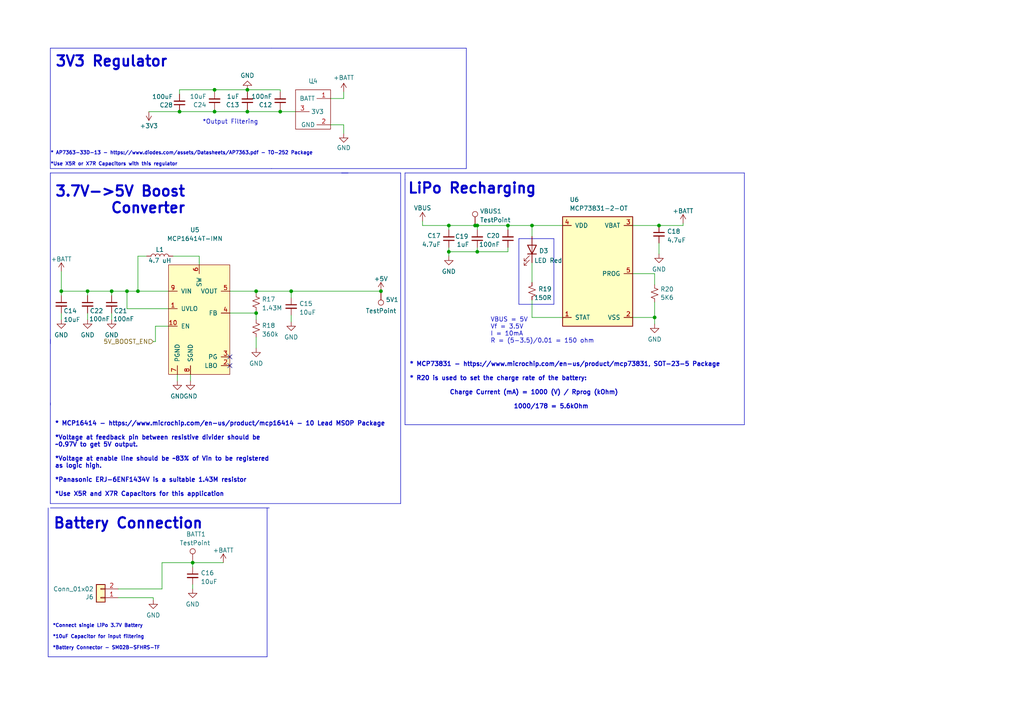
<source format=kicad_sch>
(kicad_sch (version 20250114) (generator "eeschema") (generator_version "9.0")
  (paper "A4")
  (lib_symbols
    (symbol "+BATT_1" (power) (pin_names (offset 0))
      (property "Value" "+BATT_1" (at 0 3.556 0))
      (symbol "+BATT_1_0_1"
        (polyline (pts (xy -0.762 1.27) (xy 0 2.54)))
        (polyline (pts (xy 0 2.54) (xy 0.762 1.27)))
        (polyline (pts (xy 0 0) (xy 0 2.54)))
      )
      (symbol "+BATT_1_1_1"
        (pin power_in line (at 0 0 90) (length 0) (hide yes) (name "+BATT") (number "1"))
      )
    )
    (symbol "Battery_Management:MCP73831-2-OT" (pin_names (offset 1.016))
      (property "Reference" "U?" (at 40.1194 11.3198 0))
      (property "Value" "MCP73831-2-OT" (at 40.1194 8.7829 0))
      (symbol "MCP73831-2-OT_0_1"
        (rectangle (start 38.1 6.35) (end 58.42 -25.4) (stroke (width 0.254)) (fill (type background)))
      )
      (symbol "MCP73831-2-OT_1_1"
        (pin power_in line (at 38.1 3.81 0) (length 2.54) (name "VDD") (number "4"))
        (pin output line (at 38.1 -22.86 0) (length 2.54) (name "STAT") (number "1"))
        (pin power_out line (at 58.42 3.81 180) (length 2.54) (name "VBAT") (number "3"))
        (pin input line (at 58.42 -10.16 180) (length 2.54) (name "PROG") (number "5"))
        (pin power_in line (at 58.42 -22.86 180) (length 2.54) (name "VSS") (number "2"))
      )
    )
    (symbol "Bluetooth Pump:AP7363-33D-13"
      (property "Reference" "U" (at 0 0 0))
      (symbol "AP7363-33D-13_0_1"
        (rectangle (start -5.08 12.7) (end 5.08 1.27))
      )
      (symbol "AP7363-33D-13_1_1"
        (pin power_out line (at -5.08 6.35 0) (length 4) (name "3V3") (number "3"))
        (pin power_in line (at 5.08 10.16 180) (length 4) (name "BATT") (number "1"))
        (pin power_in line (at 5.08 2.54 180) (length 4) (name "GND") (number "2"))
      )
    )
    (symbol "Bluetooth-Pump-rescue:MCP16414T-IMN-Power_Management2" (pin_names (offset 1.016))
      (property "Reference" "U5" (at -2.54 30.48 0))
      (property "Value" "MCP16414T-IMN" (at -2.54 27.94 0))
      (symbol "MCP16414T-IMN-Power_Management2_0_1"
        (rectangle (start -10.16 20.32) (end 7.62 -11.43) (fill (type background)))
      )
      (symbol "MCP16414T-IMN-Power_Management2_1_1"
        (pin input line (at -10.16 12.7 0) (length 2.54) (name "VIN") (number "9"))
        (pin input line (at -10.16 7.62 0) (length 2.54) (name "UVLO") (number "1"))
        (pin input line (at -10.16 2.54 0) (length 2.54) (name "EN") (number "10"))
        (pin input line (at -7.62 -11.43 90) (length 2.54) (name "PGND") (number "7"))
        (pin input line (at -3.81 -11.43 90) (length 2.54) (name "SGND") (number "8"))
        (pin output line (at -1.27 20.32 270) (length 2.54) (name "SW") (number "6"))
        (pin output line (at 7.62 12.7 180) (length 2.54) (name "VOUT") (number "5"))
        (pin input line (at 7.62 6.35 180) (length 2.54) (name "FB") (number "4"))
        (pin output line (at 7.62 -6.35 180) (length 2.54) (name "PG") (number "3"))
        (pin output line (at 7.62 -8.89 180) (length 2.54) (name "LBO") (number "2"))
      )
    )
    (symbol "Connector:TestPoint" (pin_numbers (hide yes)) (pin_names (offset 0.762) (hide yes))
      (property "Reference" "TP" (at 0 6.858 0))
      (property "Value" "TestPoint" (at 0 5.08 0))
      (symbol "TestPoint_0_1"
        (circle (center 0 3.302) (radius 0.762))
      )
      (symbol "TestPoint_1_1"
        (pin passive line (at 0 0 90) (length 2.54) (name "1") (number "1"))
      )
    )
    (symbol "Connector_Generic:Conn_01x02" (pin_names (offset 1.016) (hide yes))
      (property "Reference" "J" (at 0 2.54 0))
      (property "Value" "Conn_01x02" (at 0 -5.08 0))
      (symbol "Conn_01x02_1_1"
        (rectangle (start -1.27 1.27) (end 1.27 -3.81) (stroke (width 0.254)) (fill (type background)))
        (rectangle (start -1.27 0.127) (end 0 -0.127) (stroke (width 0.1524)))
        (rectangle (start -1.27 -2.413) (end 0 -2.667) (stroke (width 0.1524)))
        (pin passive line (at -5.08 0 0) (length 3.81) (name "Pin_1") (number "1"))
        (pin passive line (at -5.08 -2.54 0) (length 3.81) (name "Pin_2") (number "2"))
      )
    )
    (symbol "Device:C_Small" (pin_numbers (hide yes)) (pin_names (offset 0.254) (hide yes))
      (property "Reference" "C" (at 0.254 1.778 0))
      (property "Value" "C_Small" (at 0.254 -2.032 0))
      (symbol "C_Small_0_1"
        (polyline (pts (xy -1.524 0.508) (xy 1.524 0.508)) (stroke (width 0.3048)))
        (polyline (pts (xy -1.524 -0.508) (xy 1.524 -0.508)) (stroke (width 0.3302)))
      )
      (symbol "C_Small_1_1"
        (pin passive line (at 0 2.54 270) (length 2.032) (name "~") (number "1"))
        (pin passive line (at 0 -2.54 90) (length 2.032) (name "~") (number "2"))
      )
    )
    (symbol "Device:L" (pin_numbers (hide yes)) (pin_names (offset 1.016) (hide yes))
      (property "Reference" "L" (at -1.27 0 90))
      (property "Value" "L" (at 1.905 0 90))
      (symbol "L_0_1"
        (arc (start 0 2.54) (mid 0.6323 1.905) (end 0 1.27))
        (arc (start 0 1.27) (mid 0.6323 0.635) (end 0 0))
        (arc (start 0 0) (mid 0.6323 -0.635) (end 0 -1.27))
        (arc (start 0 -1.27) (mid 0.6323 -1.905) (end 0 -2.54))
      )
      (symbol "L_1_1"
        (pin passive line (at 0 3.81 270) (length 1.27) (name "1") (number "1"))
        (pin passive line (at 0 -3.81 90) (length 1.27) (name "2") (number "2"))
      )
    )
    (symbol "Device:LED" (pin_numbers (hide yes)) (pin_names (offset 1.016) (hide yes))
      (property "Reference" "D" (at 0 2.54 0))
      (property "Value" "LED" (at 0 -2.54 0))
      (symbol "LED_0_1"
        (polyline (pts (xy -3.048 -0.762) (xy -4.572 -2.286) (xy -3.81 -2.286) (xy -4.572 -2.286) (xy -4.572 -1.524)))
        (polyline (pts (xy -1.778 -0.762) (xy -3.302 -2.286) (xy -2.54 -2.286) (xy -3.302 -2.286) (xy -3.302 -1.524)))
        (polyline (pts (xy -1.27 0) (xy 1.27 0)))
        (polyline (pts (xy -1.27 -1.27) (xy -1.27 1.27)) (stroke (width 0.254)))
        (polyline (pts (xy 1.27 -1.27) (xy 1.27 1.27) (xy -1.27 0) (xy 1.27 -1.27)) (stroke (width 0.254)))
      )
      (symbol "LED_1_1"
        (pin passive line (at -3.81 0 0) (length 2.54) (name "K") (number "1"))
        (pin passive line (at 3.81 0 180) (length 2.54) (name "A") (number "2"))
      )
    )
    (symbol "Device:R_Small_US" (pin_numbers (hide yes)) (pin_names (offset 0.254) (hide yes))
      (property "Reference" "R" (at 0.762 0.508 0))
      (property "Value" "R_Small_US" (at 0.762 -1.016 0))
      (symbol "R_Small_US_1_1"
        (polyline (pts (xy 0 1.524) (xy 1.016 1.143) (xy 0 0.762) (xy -1.016 0.381) (xy 0 0)))
        (polyline (pts (xy 0 0) (xy 1.016 -0.381) (xy 0 -0.762) (xy -1.016 -1.143) (xy 0 -1.524)))
        (pin passive line (at 0 2.54 270) (length 1.016) (name "~") (number "1"))
        (pin passive line (at 0 -2.54 90) (length 1.016) (name "~") (number "2"))
      )
    )
    (symbol "GND_1" (power) (pin_names (offset 0))
      (property "Value" "GND_1" (at 0 -3.81 0))
      (symbol "GND_1_0_1"
        (polyline (pts (xy 0 0) (xy 0 -1.27) (xy 1.27 -1.27) (xy 0 -2.54) (xy -1.27 -1.27) (xy 0 -1.27)))
      )
      (symbol "GND_1_1_1"
        (pin power_in line (at 0 0 270) (length 0) (hide yes) (name "GND") (number "1"))
      )
    )
    (symbol "GND_2" (power) (pin_names (offset 0))
      (property "Value" "GND_2" (at 0 -3.81 0))
      (symbol "GND_2_0_1"
        (polyline (pts (xy 0 0) (xy 0 -1.27) (xy 1.27 -1.27) (xy 0 -2.54) (xy -1.27 -1.27) (xy 0 -1.27)))
      )
      (symbol "GND_2_1_1"
        (pin power_in line (at 0 0 270) (length 0) (hide yes) (name "GND") (number "1"))
      )
    )
    (symbol "power:+3V3" (power) (pin_names (offset 0))
      (property "Value" "+3V3" (at 0 3.556 0))
      (symbol "+3V3_0_1"
        (polyline (pts (xy -0.762 1.27) (xy 0 2.54)))
        (polyline (pts (xy 0 2.54) (xy 0.762 1.27)))
        (polyline (pts (xy 0 0) (xy 0 2.54)))
      )
      (symbol "+3V3_1_1"
        (pin power_in line (at 0 0 90) (length 0) (hide yes) (name "+3V3") (number "1"))
      )
    )
    (symbol "power:+5V" (power) (pin_names (offset 0))
      (property "Value" "+5V" (at 0 3.556 0))
      (symbol "+5V_0_1"
        (polyline (pts (xy -0.762 1.27) (xy 0 2.54)))
        (polyline (pts (xy 0 2.54) (xy 0.762 1.27)))
        (polyline (pts (xy 0 0) (xy 0 2.54)))
      )
      (symbol "+5V_1_1"
        (pin power_in line (at 0 0 90) (length 0) (hide yes) (name "+5V") (number "1"))
      )
    )
    (symbol "power:+BATT" (power) (pin_names (offset 0))
      (property "Value" "+BATT" (at 0 3.556 0))
      (symbol "+BATT_0_1"
        (polyline (pts (xy -0.762 1.27) (xy 0 2.54)))
        (polyline (pts (xy 0 2.54) (xy 0.762 1.27)))
        (polyline (pts (xy 0 0) (xy 0 2.54)))
      )
      (symbol "+BATT_1_1"
        (pin power_in line (at 0 0 90) (length 0) (hide yes) (name "+BATT") (number "1"))
      )
    )
    (symbol "power:GND" (power) (pin_names (offset 0))
      (property "Value" "GND" (at 0 -3.81 0))
      (symbol "GND_0_1"
        (polyline (pts (xy 0 0) (xy 0 -1.27) (xy 1.27 -1.27) (xy 0 -2.54) (xy -1.27 -1.27) (xy 0 -1.27)))
      )
      (symbol "GND_1_1"
        (pin power_in line (at 0 0 270) (length 0) (hide yes) (name "GND") (number "1"))
      )
    )
    (symbol "power:VBUS" (power) (pin_names (offset 0))
      (property "Value" "VBUS" (at 0 3.81 0))
      (symbol "VBUS_0_1"
        (polyline (pts (xy -0.762 1.27) (xy 0 2.54)))
        (polyline (pts (xy 0 2.54) (xy 0.762 1.27)))
        (polyline (pts (xy 0 0) (xy 0 2.54)))
      )
      (symbol "VBUS_1_1"
        (pin power_in line (at 0 0 90) (length 0) (hide yes) (name "VBUS") (number "1"))
      )
    )
  )
  (text "* MCP73831 - https://www.microchip.com/en-us/product/mcp73831, SOT-23-5 Package\n\n* R20 is used to set the charge rate of the battery:\n\n            Charge Current (mA) = 1000 (V) / Rprog (kOhm)\n\n						1000/178 = 5.6kOhm\n" (at 118.745 118.745 0) (effects (font (size 1.27 1.27) (thickness 0.254) (bold yes)) (justify left bottom)))
  (text "* MCP16414 - https://www.microchip.com/en-us/product/mcp16414 - 10 Lead MSOP Package\n\n*Voltage at feedback pin between resistive divider should be\n~0.97V to get 5V output.\n\n*Voltage at enable line should be ~83% of Vin to be registered\nas logic high.\n\n*Panasonic ERJ-6ENF1434V is a suitable 1.43M resistor\n\n*Use X5R and X7R Capacitors for this application" (at 15.875 144.145 0) (effects (font (size 1.27 1.27) (thickness 0.254) (bold yes)) (justify left bottom)))
  (text "3V3 Regulator" (at 15.875 19.685 0) (effects (font (size 3 3) (thickness 0.6) (bold yes)) (justify left bottom)))
  (text "LiPo Recharging" (at 118.11 56.515 0) (effects (font (size 3 3) (thickness 0.6) (bold yes)) (justify left bottom)))
  (text "3.7V->5V Boost\nConverter" (at 53.975 62.23 0) (effects (font (size 2.9972 2.9972) (thickness 0.5994) (bold yes)) (justify right bottom)))
  (text "* AP7363-33D-13 - https://www.diodes.com/assets/Datasheets/AP7363.pdf - TO-252 Package\n\n*Use X5R or X7R Capacitors with this regulator" (at 14.605 48.26 0) (effects (font (size 1 1) (thickness 0.2) (bold yes)) (justify left bottom)))
  (text "Battery Connection" (at 59.055 153.67 0) (effects (font (size 2.9972 2.9972) (thickness 0.5994) (bold yes)) (justify right bottom)))
  (text "*Output Filtering" (at 74.93 36.195 0) (effects (font (size 1.27 1.27)) (justify right bottom)))
  (text "*Connect single LiPo 3.7V Battery\n\n*10uF Capacitor for input filtering\n\n*Battery Connector - SM02B-SFHRS-TF\n" (at 15.24 188.595 0) (effects (font (size 1 1) (thickness 0.2) (bold yes)) (justify left bottom)))
  (text "VBUS = 5V\nVf = 3.5V\nI = 10mA\nR = (5-3.5)/0.01 = 150 ohm" (at 142.24 99.695 0) (effects (font (size 1.27 1.27)) (justify left bottom)))
  (junction (at 191.135 65.405))
  (junction (at 17.78 84.455))
  (junction (at 110.49 84.455))
  (junction (at 138.43 65.405))
  (junction (at 55.88 163.195))
  (junction (at 52.07 32.385))
  (junction (at 36.83 84.455))
  (junction (at 74.295 84.455))
  (junction (at 62.23 26.035))
  (junction (at 138.43 73.025))
  (junction (at 71.755 26.035))
  (junction (at 40.005 84.455))
  (junction (at 130.175 73.025))
  (junction (at 130.175 65.405))
  (junction (at 154.305 65.405))
  (junction (at 25.4 84.455))
  (junction (at 74.295 90.805))
  (junction (at 71.755 32.385))
  (junction (at 81.28 32.385))
  (junction (at 84.455 84.455))
  (junction (at 62.23 32.385))
  (junction (at 147.32 65.405))
  (junction (at 137.795 65.405))
  (junction (at 189.865 92.075))
  (junction (at 32.385 84.455))
  (no_connect (at 66.675 106.045))
  (no_connect (at 66.675 103.505))
  (wire (pts (xy 130.175 73.025) (xy 130.175 74.295)))
  (wire (pts (xy 17.78 84.455) (xy 17.78 85.725)))
  (wire (pts (xy 71.755 32.385) (xy 71.755 31.75)))
  (wire (pts (xy 154.305 76.2) (xy 154.305 81.915)))
  (wire (pts (xy 138.43 71.755) (xy 138.43 73.025)))
  (polyline (pts (xy 78.74 48.895) (xy 14.605 48.895)))
  (wire (pts (xy 40.005 84.455) (xy 48.895 84.455)))
  (wire (pts (xy 147.32 73.025) (xy 138.43 73.025)))
  (polyline (pts (xy 215.9 123.19) (xy 215.9 50.165)))
  (wire (pts (xy 84.455 91.44) (xy 84.455 93.345)))
  (wire (pts (xy 71.755 26.67) (xy 71.755 26.035)))
  (polyline (pts (xy 150.495 69.215) (xy 160.655 69.215)))
  (wire (pts (xy 183.515 79.375) (xy 189.865 79.375)))
  (wire (pts (xy 74.295 97.79) (xy 74.295 100.965)))
  (wire (pts (xy 138.43 73.025) (xy 130.175 73.025)))
  (wire (pts (xy 71.755 32.385) (xy 62.23 32.385)))
  (polyline (pts (xy 14.605 147.32) (xy 78.105 147.32)))
  (wire (pts (xy 81.28 32.385) (xy 71.755 32.385)))
  (wire (pts (xy 74.295 84.455) (xy 74.295 85.09)))
  (wire (pts (xy 50.165 74.295) (xy 57.785 74.295)))
  (polyline (pts (xy 99.06 50.165) (xy 116.205 50.165)))
  (wire (pts (xy 154.305 65.405) (xy 163.195 65.405)))
  (wire (pts (xy 84.455 84.455) (xy 110.49 84.455)))
  (wire (pts (xy 99.695 36.195) (xy 99.695 38.735)))
  (polyline (pts (xy 117.475 123.19) (xy 215.9 123.19)))
  (polyline (pts (xy 77.47 147.32) (xy 77.47 190.5)))
  (polyline (pts (xy 116.205 50.165) (xy 116.205 146.05)))
  (wire (pts (xy 191.135 65.405) (xy 198.12 65.405)))
  (polyline (pts (xy 215.9 50.165) (xy 117.475 50.165)))
  (wire (pts (xy 32.385 84.455) (xy 32.385 85.725)))
  (polyline (pts (xy 100.965 50.165) (xy 14.605 50.165)))
  (wire (pts (xy 36.83 84.455) (xy 40.005 84.455)))
  (wire (pts (xy 130.175 65.405) (xy 137.795 65.405)))
  (wire (pts (xy 138.43 65.405) (xy 138.43 66.675)))
  (wire (pts (xy 74.295 84.455) (xy 84.455 84.455)))
  (polyline (pts (xy 135.255 48.895) (xy 78.74 48.895)))
  (wire (pts (xy 95.885 28.575) (xy 99.695 28.575)))
  (wire (pts (xy 74.295 90.805) (xy 74.295 92.71)))
  (polyline (pts (xy 14.605 13.97) (xy 78.74 13.97)))
  (wire (pts (xy 99.695 28.575) (xy 99.695 26.67)))
  (wire (pts (xy 130.175 71.755) (xy 130.175 73.025)))
  (wire (pts (xy 81.28 26.67) (xy 81.28 26.035)))
  (wire (pts (xy 51.435 108.585) (xy 51.435 110.49)))
  (wire (pts (xy 62.23 26.67) (xy 62.23 26.035)))
  (wire (pts (xy 189.865 92.075) (xy 189.865 93.98)))
  (polyline (pts (xy 14.605 50.165) (xy 14.605 99.695)))
  (wire (pts (xy 71.755 26.035) (xy 62.23 26.035)))
  (wire (pts (xy 42.545 74.295) (xy 40.005 74.295)))
  (wire (pts (xy 191.135 70.485) (xy 191.135 73.66)))
  (wire (pts (xy 25.4 84.455) (xy 32.385 84.455)))
  (wire (pts (xy 34.29 170.815) (xy 46.99 170.815)))
  (wire (pts (xy 122.555 65.405) (xy 122.555 64.135)))
  (wire (pts (xy 189.865 87.63) (xy 189.865 92.075)))
  (wire (pts (xy 74.295 90.17) (xy 74.295 90.805)))
  (wire (pts (xy 32.385 84.455) (xy 36.83 84.455)))
  (wire (pts (xy 55.88 169.545) (xy 55.88 170.815)))
  (polyline (pts (xy 150.495 69.215) (xy 150.495 88.265)))
  (polyline (pts (xy 150.495 88.265) (xy 160.655 88.265)))
  (wire (pts (xy 198.12 65.405) (xy 198.12 64.77)))
  (wire (pts (xy 62.23 32.385) (xy 62.23 31.75)))
  (polyline (pts (xy 14.605 146.05) (xy 14.605 116.84)))
  (wire (pts (xy 52.07 32.385) (xy 43.18 32.385)))
  (wire (pts (xy 66.675 90.805) (xy 74.295 90.805)))
  (wire (pts (xy 137.795 65.405) (xy 138.43 65.405)))
  (polyline (pts (xy 14.605 98.425) (xy 14.605 117.475)))
  (wire (pts (xy 32.385 90.805) (xy 32.385 92.71)))
  (wire (pts (xy 130.175 65.405) (xy 122.555 65.405)))
  (wire (pts (xy 45.085 94.615) (xy 45.085 99.06)))
  (wire (pts (xy 52.07 27.305) (xy 52.07 26.035)))
  (wire (pts (xy 40.005 74.295) (xy 40.005 84.455)))
  (wire (pts (xy 84.455 84.455) (xy 84.455 86.36)))
  (polyline (pts (xy 117.475 52.07) (xy 117.475 123.19)))
  (wire (pts (xy 189.865 92.075) (xy 183.515 92.075)))
  (wire (pts (xy 81.28 26.035) (xy 71.755 26.035)))
  (wire (pts (xy 189.865 79.375) (xy 189.865 82.55)))
  (wire (pts (xy 154.305 92.075) (xy 163.195 92.075)))
  (wire (pts (xy 36.83 89.535) (xy 36.83 84.455)))
  (polyline (pts (xy 160.655 88.265) (xy 160.655 69.215)))
  (wire (pts (xy 34.29 173.355) (xy 44.45 173.355)))
  (wire (pts (xy 147.32 66.675) (xy 147.32 65.405)))
  (wire (pts (xy 46.99 163.195) (xy 55.88 163.195)))
  (wire (pts (xy 138.43 65.405) (xy 147.32 65.405)))
  (wire (pts (xy 52.07 26.035) (xy 62.23 26.035)))
  (wire (pts (xy 57.785 74.295) (xy 57.785 76.835)))
  (wire (pts (xy 17.78 78.74) (xy 17.78 84.455)))
  (wire (pts (xy 17.78 84.455) (xy 25.4 84.455)))
  (wire (pts (xy 55.245 108.585) (xy 55.245 110.49)))
  (wire (pts (xy 95.885 36.195) (xy 99.695 36.195)))
  (wire (pts (xy 62.23 32.385) (xy 52.07 32.385)))
  (polyline (pts (xy 77.47 190.5) (xy 13.97 190.5)))
  (wire (pts (xy 154.305 86.995) (xy 154.305 92.075)))
  (wire (pts (xy 81.28 31.75) (xy 81.28 32.385)))
  (polyline (pts (xy 135.255 13.97) (xy 135.255 48.895)))
  (wire (pts (xy 25.4 90.805) (xy 25.4 92.71)))
  (wire (pts (xy 147.32 71.755) (xy 147.32 73.025)))
  (wire (pts (xy 183.515 65.405) (xy 191.135 65.405)))
  (wire (pts (xy 17.78 90.805) (xy 17.78 92.71)))
  (wire (pts (xy 46.99 170.815) (xy 46.99 163.195)))
  (wire (pts (xy 154.305 68.58) (xy 154.305 65.405)))
  (wire (pts (xy 25.4 84.455) (xy 25.4 85.725)))
  (polyline (pts (xy 117.475 50.165) (xy 117.475 52.07)))
  (wire (pts (xy 85.725 32.385) (xy 81.28 32.385)))
  (wire (pts (xy 45.085 99.06) (xy 44.45 99.06)))
  (wire (pts (xy 66.675 84.455) (xy 74.295 84.455)))
  (wire (pts (xy 55.88 163.195) (xy 55.88 164.465)))
  (wire (pts (xy 44.45 173.355) (xy 44.45 173.99)))
  (polyline (pts (xy 78.74 13.97) (xy 135.255 13.97)))
  (wire (pts (xy 45.085 94.615) (xy 48.895 94.615)))
  (wire (pts (xy 147.32 65.405) (xy 154.305 65.405)))
  (polyline (pts (xy 13.97 147.32) (xy 13.97 190.5)))
  (polyline (pts (xy 116.205 146.05) (xy 14.605 146.05)))
  (wire (pts (xy 55.88 163.195) (xy 64.77 163.195)))
  (wire (pts (xy 48.895 89.535) (xy 36.83 89.535)))
  (polyline (pts (xy 14.605 13.97) (xy 14.605 48.895)))
  (wire (pts (xy 130.175 65.405) (xy 130.175 66.675)))
  (hierarchical_label "5V_BOOST_EN" (shape input) (at 44.45 99.06 180))
  (symbol (lib_id "Device:C_Small") (at 138.43 69.215 0) (mirror x) (unit 1)
    (property "Reference" "C19" (at 135.89 68.58 0) (effects (justify right)))
    (property "Value" "1uF" (at 136.106 70.9108 0) (effects (justify right)))
    (property "Footprint" "Capacitor_SMD:C_0402_1005Metric" (effects (hide yes)))
    (property "LCSC" "C2887021" (effects (hide yes)))
  )
  (symbol (lib_id "power:GND") (at 25.4 92.71 0) (unit 1)
    (property "Reference" "#PWR056" (effects (hide yes)))
    (property "Value" "GND" (at 25.4 97.1534 0))
  )
  (symbol (lib_id "Bluetooth Pump:AP7363-33D-13") (at 90.805 38.735 0) (unit 1)
    (property "Reference" "U4" (at 90.805 23.495 0))
    (property "Value" "~" (at 90.805 24.13 0))
    (property "Footprint" "Bluetooth Pump V2:DPAK" (effects (hide yes)))
    (property "LCSC" "C108723" (effects (hide yes)))
  )
  (symbol (lib_id "Device:C_Small") (at 25.4 88.265 0) (unit 1)
    (property "Reference" "C22" (at 26.035 90.17 0) (effects (justify left)))
    (property "Value" "100nF" (at 25.8191 92.5135 0) (effects (justify left)))
    (property "Footprint" "Capacitor_SMD:C_0402_1005Metric" (effects (hide yes)))
    (property "LCSC" "C913614" (effects (hide yes)))
  )
  (symbol (lib_id "power:GND") (at 51.435 110.49 0) (unit 1)
    (property "Reference" "#PWR035" (effects (hide yes)))
    (property "Value" "GND" (at 51.435 114.9334 0))
  )
  (symbol (lib_id "Bluetooth-Pump-rescue:MCP16414T-IMN-Power_Management2") (at 59.055 97.155 0) (unit 1)
    (property "Reference" "U5" (at 56.515 66.675 0))
    (property "Value" "MCP16414T-IMN" (at 56.515 69.215 0))
    (property "Footprint" "SOP50P490X110-10N:SOP50P490X110-10N" (effects (hide yes)))
    (property "LCSC" "C1518054" (effects (hide yes)))
  )
  (symbol (lib_id "power:+3V3") (at 43.18 32.385 180) (unit 1)
    (property "Reference" "#PWR030" (effects (hide yes)))
    (property "Value" "+3V3" (at 43.18 36.5181 0))
  )
  (symbol (lib_name "+BATT_1") (lib_id "power:+BATT") (at 99.695 26.67 0) (unit 1)
    (property "Reference" "#PWR028" (effects (hide yes)))
    (property "Value" "+BATT" (at 99.695 22.5369 0))
  )
  (symbol (lib_id "Device:R_Small_US") (at 189.865 85.09 0) (unit 1)
    (property "Reference" "R20" (at 191.516 83.8779 0) (effects (justify left)))
    (property "Value" "5K6" (at 191.516 86.3021 0) (effects (justify left)))
    (property "Footprint" "Resistor_SMD:R_0402_1005Metric" (effects (hide yes)))
    (property "LCSC" "C174239" (effects (hide yes)))
  )
  (symbol (lib_id "Device:C_Small") (at 84.455 88.9 0) (unit 1)
    (property "Reference" "C15" (at 86.7791 88.0716 0) (effects (justify left)))
    (property "Value" "10uF" (at 86.7791 90.6085 0) (effects (justify left)))
    (property "Footprint" "Capacitor_SMD:C_0402_1005Metric" (effects (hide yes)))
    (property "LCSC" "C1864622" (effects (hide yes)))
  )
  (symbol (lib_id "Device:R_Small_US") (at 154.305 84.455 0) (mirror x) (unit 1)
    (property "Reference" "R19" (at 160.02 83.82 0) (effects (justify right)))
    (property "Value" "150R" (at 160.02 86.3569 0) (effects (justify right)))
    (property "Footprint" "Resistor_SMD:R_0402_1005Metric" (effects (hide yes)))
    (property "LCSC" "C3015763" (effects (hide yes)))
  )
  (symbol (lib_id "power:+BATT") (at 64.77 163.195 0) (unit 1)
    (property "Reference" "#PWR042" (effects (hide yes)))
    (property "Value" "+BATT" (at 64.77 159.6192 0))
  )
  (symbol (lib_id "power:GND") (at 32.385 92.71 0) (unit 1)
    (property "Reference" "#PWR048" (effects (hide yes)))
    (property "Value" "GND" (at 32.385 97.1534 0))
  )
  (symbol (lib_id "Device:C_Small") (at 81.28 29.21 180) (unit 1)
    (property "Reference" "C12" (at 78.9559 30.4158 0) (effects (justify left)))
    (property "Value" "100nF" (at 78.9559 27.9916 0) (effects (justify left)))
    (property "Footprint" "Capacitor_SMD:C_0402_1005Metric" (effects (hide yes)))
    (property "LCSC" "C913614" (effects (hide yes)))
  )
  (symbol (lib_id "power:+5V") (at 110.49 84.455 0) (unit 1)
    (property "Reference" "#PWR039" (effects (hide yes)))
    (property "Value" "+5V" (at 110.49 80.8792 0))
  )
  (symbol (lib_id "power:GND") (at 191.135 73.66 0) (unit 1)
    (property "Reference" "#PWR046" (effects (hide yes)))
    (property "Value" "GND" (at 191.135 78.1034 0))
  )
  (symbol (lib_id "Device:R_Small_US") (at 74.295 95.25 0) (unit 1)
    (property "Reference" "R18" (at 75.946 94.4153 0) (effects (justify left)))
    (property "Value" "360k" (at 75.946 96.9522 0) (effects (justify left)))
    (property "Footprint" "Resistor_SMD:R_0402_1005Metric" (effects (hide yes)))
    (property "LCSC" "C413117" (effects (hide yes)))
  )
  (symbol (lib_id "power:GND") (at 17.78 92.71 0) (unit 1)
    (property "Reference" "#PWR034" (effects (hide yes)))
    (property "Value" "GND" (at 17.78 97.1534 0))
  )
  (symbol (lib_id "power:+BATT") (at 198.12 64.77 0) (unit 1)
    (property "Reference" "#PWR047" (effects (hide yes)))
    (property "Value" "+BATT" (at 198.12 61.1942 0))
  )
  (symbol (lib_id "Battery_Management:MCP73831-2-OT") (at 125.095 69.215 0) (unit 1)
    (property "Reference" "U6" (at 165.2144 57.8952 0) (effects (justify left)))
    (property "Value" "MCP73831-2-OT" (at 165.2144 60.4321 0) (effects (justify left)))
    (property "Footprint" "Package_TO_SOT_SMD:SOT-23-5" (effects (hide yes)))
    (property "Datasheet" "http://ww1.microchip.com/downloads/en/DeviceDoc/20001984g.pdf" (effects (hide yes)))
    (property "LCSC" "C625597" (effects (hide yes)))
  )
  (symbol (lib_name "GND_1") (lib_id "power:GND") (at 71.755 26.035 180) (unit 1)
    (property "Reference" "#PWR060" (effects (hide yes)))
    (property "Value" "GND" (at 71.755 21.9019 0))
  )
  (symbol (lib_id "Device:C_Small") (at 17.78 88.265 0) (unit 1)
    (property "Reference" "C14" (at 18.415 90.17 0) (effects (justify left)))
    (property "Value" "10uF" (at 18.415 92.7069 0) (effects (justify left)))
    (property "Footprint" "Capacitor_SMD:C_0402_1005Metric" (effects (hide yes)))
    (property "LCSC" "C1864622" (effects (hide yes)))
  )
  (symbol (lib_id "power:GND") (at 189.865 93.98 0) (unit 1)
    (property "Reference" "#PWR045" (effects (hide yes)))
    (property "Value" "GND" (at 189.865 98.4234 0))
  )
  (symbol (lib_id "power:GND") (at 55.88 170.815 0) (unit 1)
    (property "Reference" "#PWR041" (effects (hide yes)))
    (property "Value" "GND" (at 55.88 175.2584 0))
  )
  (symbol (lib_id "Device:C_Small") (at 71.755 29.21 180) (unit 1)
    (property "Reference" "C13" (at 69.4309 30.4158 0) (effects (justify left)))
    (property "Value" "1uF" (at 69.4309 27.9916 0) (effects (justify left)))
    (property "Footprint" "Capacitor_SMD:C_0402_1005Metric" (effects (hide yes)))
    (property "LCSC" "C2887021" (effects (hide yes)))
  )
  (symbol (lib_id "Device:L") (at 46.355 74.295 90) (unit 1)
    (property "Reference" "L1" (at 46.355 72.39 90))
    (property "Value" "4.7 uH" (at 46.355 75.565 90))
    (property "Footprint" "Inductor_SMD:L_1008_2520Metric" (effects (hide yes)))
    (property "LCSC" "C2981204" (effects (hide yes)))
  )
  (symbol (lib_id "power:VBUS") (at 122.555 64.135 0) (unit 1)
    (property "Reference" "#PWR043" (effects (hide yes)))
    (property "Value" "VBUS" (at 122.555 60.325 0))
  )
  (symbol (lib_id "Device:C_Small") (at 62.23 29.21 180) (unit 1)
    (property "Reference" "C24" (at 59.9059 30.4158 0) (effects (justify left)))
    (property "Value" "10uF" (at 59.9059 27.9916 0) (effects (justify left)))
    (property "Footprint" "Capacitor_SMD:C_0402_1005Metric" (effects (hide yes)))
    (property "LCSC" "C1864622" (effects (hide yes)))
  )
  (symbol (lib_id "power:+BATT") (at 17.78 78.74 0) (unit 1)
    (property "Reference" "#PWR033" (effects (hide yes)))
    (property "Value" "+BATT" (at 17.78 75.1642 0))
  )
  (symbol (lib_id "Device:C_Small") (at 52.07 29.845 180) (unit 1)
    (property "Reference" "C28" (at 50.165 30.48 0) (effects (justify left)))
    (property "Value" "100uF" (at 50.165 28.0558 0) (effects (justify left)))
    (property "Footprint" "Capacitor_SMD:C_1210_3225Metric" (effects (hide yes)))
    (property "LCSC" "C2762605" (effects (hide yes)))
  )
  (symbol (lib_id "Device:C_Small") (at 147.32 69.215 0) (mirror x) (unit 1)
    (property "Reference" "C20" (at 144.9959 68.3739 0) (effects (justify right)))
    (property "Value" "100nF" (at 144.9959 70.9108 0) (effects (justify right)))
    (property "Footprint" "Capacitor_SMD:C_0402_1005Metric" (effects (hide yes)))
    (property "LCSC" "C913614" (effects (hide yes)))
  )
  (symbol (lib_id "Device:C_Small") (at 130.175 69.215 0) (mirror x) (unit 1)
    (property "Reference" "C17" (at 127.8509 68.3739 0) (effects (justify right)))
    (property "Value" "4.7uF" (at 127.8509 70.9108 0) (effects (justify right)))
    (property "Footprint" "Capacitor_SMD:C_0402_1005Metric" (effects (hide yes)))
    (property "LCSC" "C723999" (effects (hide yes)))
  )
  (symbol (lib_id "Connector:TestPoint") (at 55.88 163.195 0) (unit 1)
    (property "Reference" "BATT1" (at 53.975 154.94 0) (effects (justify left)))
    (property "Value" "TestPoint" (at 52.07 157.48 0) (effects (justify left)))
    (property "Footprint" "TestPoint:TestPoint_Pad_1.0x1.0mm" (effects (hide yes)))
  )
  (symbol (lib_id "power:GND") (at 55.245 110.49 0) (unit 1)
    (property "Reference" "#PWR036" (effects (hide yes)))
    (property "Value" "GND" (at 55.245 114.9334 0))
  )
  (symbol (lib_id "power:GND") (at 44.45 173.99 0) (unit 1)
    (property "Reference" "#PWR0102" (effects (hide yes)))
    (property "Value" "GND" (at 44.45 178.4334 0))
  )
  (symbol (lib_id "power:GND") (at 84.455 93.345 0) (unit 1)
    (property "Reference" "#PWR038" (effects (hide yes)))
    (property "Value" "GND" (at 84.455 97.7884 0))
  )
  (symbol (lib_name "GND_2") (lib_id "power:GND") (at 99.695 38.735 0) (unit 1)
    (property "Reference" "#PWR029" (effects (hide yes)))
    (property "Value" "GND" (at 99.695 42.8681 0))
  )
  (symbol (lib_id "Device:C_Small") (at 32.385 88.265 0) (unit 1)
    (property "Reference" "C21" (at 33.02 90.17 0) (effects (justify left)))
    (property "Value" "100nF" (at 32.8041 92.5135 0) (effects (justify left)))
    (property "Footprint" "Capacitor_SMD:C_0402_1005Metric" (effects (hide yes)))
    (property "LCSC" "C913614" (effects (hide yes)))
  )
  (symbol (lib_id "Device:LED") (at 154.305 72.39 270) (mirror x) (unit 1)
    (property "Reference" "D3" (at 156.337 72.7654 90) (effects (justify left)))
    (property "Value" "LED Red" (at 154.94 75.565 90) (effects (justify left)))
    (property "Footprint" "LED_SMD:LED_0603_1608Metric" (effects (hide yes)))
    (property "LCSC" "C2286" (effects (hide yes)))
  )
  (symbol (lib_id "Connector:TestPoint") (at 110.49 84.455 180) (unit 1)
    (property "Reference" "5V1" (at 111.887 86.9223 0) (effects (justify right)))
    (property "Value" "TestPoint" (at 106.045 90.17 0) (effects (justify right)))
    (property "Footprint" "TestPoint:TestPoint_Pad_1.0x1.0mm" (effects (hide yes)))
  )
  (symbol (lib_id "Device:C_Small") (at 191.135 67.945 0) (unit 1)
    (property "Reference" "C18" (at 193.4591 67.1166 0) (effects (justify left)))
    (property "Value" "4.7uF" (at 193.4591 69.6535 0) (effects (justify left)))
    (property "Footprint" "Capacitor_SMD:C_0402_1005Metric" (effects (hide yes)))
    (property "LCSC" "C723999" (effects (hide yes)))
  )
  (symbol (lib_id "Device:R_Small_US") (at 74.295 87.63 0) (unit 1)
    (property "Reference" "R17" (at 75.946 86.7953 0) (effects (justify left)))
    (property "Value" "1.43M" (at 75.946 89.3322 0) (effects (justify left)))
    (property "Footprint" "Resistor_SMD:R_0402_1005Metric" (effects (hide yes)))
    (property "LCSC" "C368342" (effects (hide yes)))
  )
  (symbol (lib_id "power:GND") (at 74.295 100.965 0) (unit 1)
    (property "Reference" "#PWR037" (effects (hide yes)))
    (property "Value" "GND" (at 74.295 105.4084 0))
  )
  (symbol (lib_id "Device:C_Small") (at 55.88 167.005 0) (unit 1)
    (property "Reference" "C16" (at 58.2041 166.1766 0) (effects (justify left)))
    (property "Value" "10uF" (at 58.2041 168.7135 0) (effects (justify left)))
    (property "Footprint" "Capacitor_SMD:C_0402_1005Metric" (effects (hide yes)))
    (property "LCSC" "C1864622" (effects (hide yes)))
  )
  (symbol (lib_id "Connector_Generic:Conn_01x02") (at 29.21 173.355 180) (unit 1)
    (property "Reference" "J6" (at 27.178 173.1518 0) (effects (justify left)))
    (property "Value" "Conn_01x02" (at 27.178 170.8404 0) (effects (justify left)))
    (property "Footprint" "Connector_PinHeader_1.27mm:PinHeader_1x02_P1.27mm_Vertical" (effects (hide yes)))
  )
  (symbol (lib_id "power:GND") (at 130.175 74.295 0) (unit 1)
    (property "Reference" "#PWR044" (effects (hide yes)))
    (property "Value" "GND" (at 130.175 78.7384 0))
  )
  (symbol (lib_id "Connector:TestPoint") (at 137.795 65.405 0) (unit 1)
    (property "Reference" "VBUS1" (at 139.192 61.2683 0) (effects (justify left)))
    (property "Value" "TestPoint" (at 139.192 63.8052 0) (effects (justify left)))
    (property "Footprint" "TestPoint:TestPoint_Pad_1.0x1.0mm" (effects (hide yes)))
  )
)
</source>
